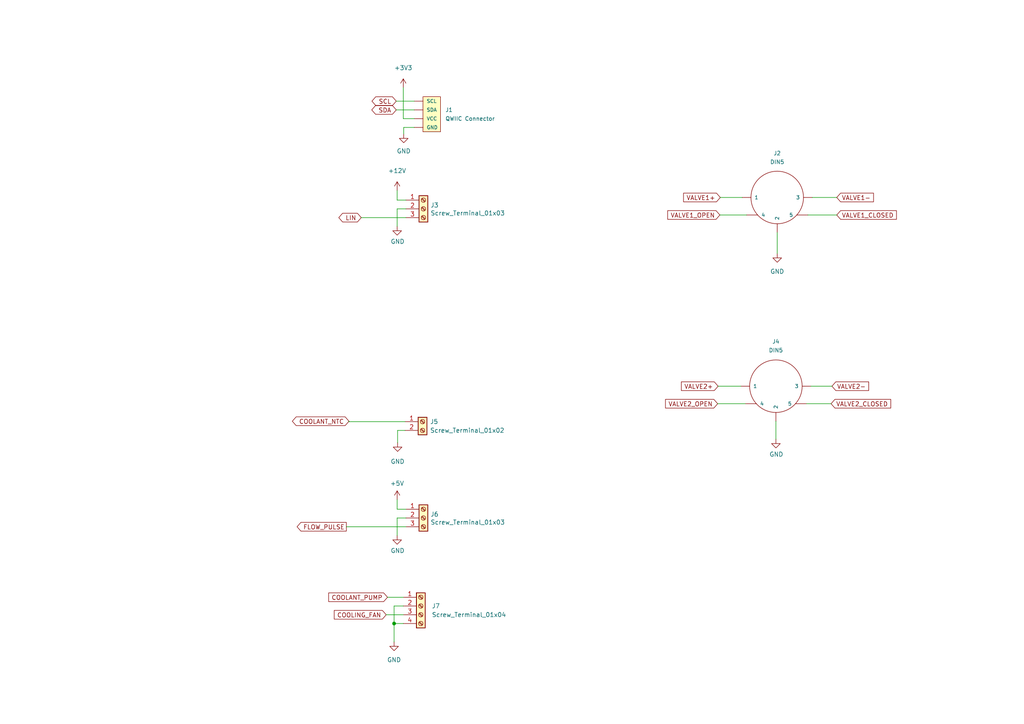
<source format=kicad_sch>
(kicad_sch (version 20211123) (generator eeschema)
  (paper "A4")
  (lib_symbols
    (symbol "Connector:Screw_Terminal_01x02" (pin_names (offset 1.016) hide)
      (property "Reference" "J" (at 0 2.54 0))
      (property "Value" "Screw_Terminal_01x02" (at 0 -5.08 0))
      (symbol "Screw_Terminal_01x02_1_1"
        (rectangle (start -1.27 1.27) (end 1.27 -3.81) (stroke (width 0.254)) (fill (type background)))
        (circle (center 0 -2.54) (radius 0.635) (stroke (width 0.1524)))
        (polyline (pts (xy -0.5334 -2.2098) (xy 0.3302 -3.048)) (stroke (width 0.1524)))
        (polyline (pts (xy -0.5334 0.3302) (xy 0.3302 -0.508)) (stroke (width 0.1524)))
        (polyline (pts (xy -0.3556 -2.032) (xy 0.508 -2.8702)) (stroke (width 0.1524)))
        (polyline (pts (xy -0.3556 0.508) (xy 0.508 -0.3302)) (stroke (width 0.1524)))
        (circle (center 0 0) (radius 0.635) (stroke (width 0.1524)))
        (pin passive line (at -5.08 0 0) (length 3.81) (name "Pin_1") (number "1"))
        (pin passive line (at -5.08 -2.54 0) (length 3.81) (name "Pin_2") (number "2"))
      )
    )
    (symbol "Connector:Screw_Terminal_01x03" (pin_names (offset 1.016) hide)
      (property "Reference" "J" (at 0 5.08 0))
      (property "Value" "Screw_Terminal_01x03" (at 0 -5.08 0))
      (symbol "Screw_Terminal_01x03_1_1"
        (rectangle (start -1.27 3.81) (end 1.27 -3.81) (stroke (width 0.254)) (fill (type background)))
        (circle (center 0 -2.54) (radius 0.635) (stroke (width 0.1524)))
        (polyline (pts (xy -0.5334 -2.2098) (xy 0.3302 -3.048)) (stroke (width 0.1524)))
        (polyline (pts (xy -0.5334 0.3302) (xy 0.3302 -0.508)) (stroke (width 0.1524)))
        (polyline (pts (xy -0.5334 2.8702) (xy 0.3302 2.032)) (stroke (width 0.1524)))
        (polyline (pts (xy -0.3556 -2.032) (xy 0.508 -2.8702)) (stroke (width 0.1524)))
        (polyline (pts (xy -0.3556 0.508) (xy 0.508 -0.3302)) (stroke (width 0.1524)))
        (polyline (pts (xy -0.3556 3.048) (xy 0.508 2.2098)) (stroke (width 0.1524)))
        (circle (center 0 0) (radius 0.635) (stroke (width 0.1524)))
        (circle (center 0 2.54) (radius 0.635) (stroke (width 0.1524)))
        (pin passive line (at -5.08 2.54 0) (length 3.81) (name "Pin_1") (number "1"))
        (pin passive line (at -5.08 0 0) (length 3.81) (name "Pin_2") (number "2"))
        (pin passive line (at -5.08 -2.54 0) (length 3.81) (name "Pin_3") (number "3"))
      )
    )
    (symbol "Connector:Screw_Terminal_01x04" (pin_names (offset 1.016) hide)
      (property "Reference" "J" (at 0 5.08 0))
      (property "Value" "Screw_Terminal_01x04" (at 0 -7.62 0))
      (symbol "Screw_Terminal_01x04_1_1"
        (rectangle (start -1.27 3.81) (end 1.27 -6.35) (stroke (width 0.254)) (fill (type background)))
        (circle (center 0 -5.08) (radius 0.635) (stroke (width 0.1524)))
        (circle (center 0 -2.54) (radius 0.635) (stroke (width 0.1524)))
        (polyline (pts (xy -0.5334 -4.7498) (xy 0.3302 -5.588)) (stroke (width 0.1524)))
        (polyline (pts (xy -0.5334 -2.2098) (xy 0.3302 -3.048)) (stroke (width 0.1524)))
        (polyline (pts (xy -0.5334 0.3302) (xy 0.3302 -0.508)) (stroke (width 0.1524)))
        (polyline (pts (xy -0.5334 2.8702) (xy 0.3302 2.032)) (stroke (width 0.1524)))
        (polyline (pts (xy -0.3556 -4.572) (xy 0.508 -5.4102)) (stroke (width 0.1524)))
        (polyline (pts (xy -0.3556 -2.032) (xy 0.508 -2.8702)) (stroke (width 0.1524)))
        (polyline (pts (xy -0.3556 0.508) (xy 0.508 -0.3302)) (stroke (width 0.1524)))
        (polyline (pts (xy -0.3556 3.048) (xy 0.508 2.2098)) (stroke (width 0.1524)))
        (circle (center 0 0) (radius 0.635) (stroke (width 0.1524)))
        (circle (center 0 2.54) (radius 0.635) (stroke (width 0.1524)))
        (pin passive line (at -5.08 2.54 0) (length 3.81) (name "Pin_1") (number "1"))
        (pin passive line (at -5.08 0 0) (length 3.81) (name "Pin_2") (number "2"))
        (pin passive line (at -5.08 -2.54 0) (length 3.81) (name "Pin_3") (number "3"))
        (pin passive line (at -5.08 -5.08 0) (length 3.81) (name "Pin_4") (number "4"))
      )
    )
    (symbol "SparkFun-Connectors:DIN5" (pin_numbers hide) (pin_names (offset 1.016))
      (property "Reference" "J" (at 1.27 8.89 0))
      (property "Value" "DIN5" (at 1.27 -10.16 0))
      (property "Field4" "CONN-09481" (at 0 13.97 0))
      (symbol "DIN5_1_1"
        (circle (center 0 0) (radius 7.62))
        (pin bidirectional line (at 10.16 0 180) (length 2.54) (name "1") (number "1"))
        (pin bidirectional line (at 0 10.16 270) (length 2.54) (name "2") (number "2"))
        (pin bidirectional line (at -10.16 0 0) (length 2.54) (name "3") (number "3"))
        (pin bidirectional line (at 8.89 5.08 180) (length 3.2512) (name "4") (number "4"))
        (pin bidirectional line (at -8.89 5.08 0) (length 3.2512) (name "5") (number "5"))
      )
    )
    (symbol "SparkFun-Connectors:I2C_STANDARDQWIIC" (pin_numbers hide) (pin_names (offset 1.016))
      (property "Reference" "J" (at -5.08 10.16 0))
      (property "Value" "I2C_STANDARDQWIIC" (at -5.08 -3.81 0))
      (property "Field4" "CONN-13729" (at 0 13.97 0))
      (symbol "I2C_STANDARDQWIIC_1_0"
        (rectangle (start 0 -1.27) (end -5.08 8.89) (fill (type background)))
      )
      (symbol "I2C_STANDARDQWIIC_1_1"
        (pin power_in line (at 2.54 0 180) (length 2.54) (name "GND") (number "1"))
        (pin power_in line (at 2.54 2.54 180) (length 2.54) (name "VCC") (number "2"))
        (pin passive line (at 2.54 5.08 180) (length 2.54) (name "SDA") (number "3"))
        (pin passive line (at 2.54 7.62 180) (length 2.54) (name "SCL") (number "4"))
      )
    )
    (symbol "power:+12V" (power) (pin_names (offset 0))
      (property "Value" "+12V" (at 0 3.556 0))
      (symbol "+12V_0_1"
        (polyline (pts (xy -0.762 1.27) (xy 0 2.54)))
        (polyline (pts (xy 0 0) (xy 0 2.54)))
        (polyline (pts (xy 0 2.54) (xy 0.762 1.27)))
      )
      (symbol "+12V_1_1"
        (pin power_in line (at 0 0 90) (length 0) hide (name "+12V") (number "1"))
      )
    )
    (symbol "power:+3V3" (power) (pin_names (offset 0))
      (property "Value" "+3V3" (at 0 3.556 0))
      (symbol "+3V3_0_1"
        (polyline (pts (xy -0.762 1.27) (xy 0 2.54)))
        (polyline (pts (xy 0 0) (xy 0 2.54)))
        (polyline (pts (xy 0 2.54) (xy 0.762 1.27)))
      )
      (symbol "+3V3_1_1"
        (pin power_in line (at 0 0 90) (length 0) hide (name "+3V3") (number "1"))
      )
    )
    (symbol "power:+5V" (power) (pin_names (offset 0))
      (property "Value" "+5V" (at 0 3.556 0))
      (symbol "+5V_0_1"
        (polyline (pts (xy -0.762 1.27) (xy 0 2.54)))
        (polyline (pts (xy 0 0) (xy 0 2.54)))
        (polyline (pts (xy 0 2.54) (xy 0.762 1.27)))
      )
      (symbol "+5V_1_1"
        (pin power_in line (at 0 0 90) (length 0) hide (name "+5V") (number "1"))
      )
    )
    (symbol "power:GND" (power) (pin_names (offset 0))
      (property "Value" "GND" (at 0 -3.81 0))
      (symbol "GND_0_1"
        (polyline (pts (xy 0 0) (xy 0 -1.27) (xy 1.27 -1.27) (xy 0 -2.54) (xy -1.27 -1.27) (xy 0 -1.27)))
      )
      (symbol "GND_1_1"
        (pin power_in line (at 0 0 270) (length 0) hide (name "GND") (number "1"))
      )
    )
  )
  (junction (at 114.3 180.848))
  (wire (pts (xy 115.316 128.397) (xy 115.316 124.841)))
  (wire (pts (xy 117.729 63.119) (xy 104.775 63.119)))
  (wire (pts (xy 115.189 155.321) (xy 115.189 150.241)))
  (wire (pts (xy 116.967 34.417) (xy 120.142 34.417)))
  (wire (pts (xy 100.457 152.781) (xy 117.729 152.781)))
  (wire (pts (xy 114.935 31.877) (xy 120.142 31.877)))
  (wire (pts (xy 116.967 175.768) (xy 114.3 175.768)))
  (wire (pts (xy 115.189 58.039) (xy 117.729 58.039)))
  (wire (pts (xy 235.585 57.277) (xy 242.697 57.277)))
  (wire (pts (xy 115.189 58.039) (xy 115.189 55.245)))
  (wire (pts (xy 114.935 29.337) (xy 120.142 29.337)))
  (wire (pts (xy 115.189 147.701) (xy 115.189 144.907)))
  (wire (pts (xy 225.044 122.174) (xy 225.044 127.381)))
  (wire (pts (xy 112.014 178.308) (xy 116.967 178.308)))
  (wire (pts (xy 101.219 122.174) (xy 101.219 122.301)))
  (wire (pts (xy 112.395 173.228) (xy 116.967 173.228)))
  (wire (pts (xy 117.094 38.862) (xy 117.094 36.957)))
  (wire (pts (xy 114.3 175.768) (xy 114.3 180.848)))
  (wire (pts (xy 233.934 117.094) (xy 241.046 117.094)))
  (wire (pts (xy 235.204 112.014) (xy 241.3 112.014)))
  (wire (pts (xy 215.265 57.277) (xy 208.915 57.277)))
  (wire (pts (xy 208.153 117.094) (xy 216.154 117.094)))
  (wire (pts (xy 115.189 65.659) (xy 115.189 60.579)))
  (wire (pts (xy 225.425 67.437) (xy 225.425 73.533)))
  (wire (pts (xy 114.3 180.848) (xy 116.967 180.848)))
  (wire (pts (xy 115.189 147.701) (xy 117.729 147.701)))
  (wire (pts (xy 117.475 122.301) (xy 101.219 122.301)))
  (wire (pts (xy 208.788 62.357) (xy 216.535 62.357)))
  (wire (pts (xy 115.189 150.241) (xy 117.729 150.241)))
  (wire (pts (xy 208.28 112.014) (xy 214.884 112.014)))
  (wire (pts (xy 115.316 124.841) (xy 117.475 124.841)))
  (wire (pts (xy 234.315 62.357) (xy 242.697 62.357)))
  (wire (pts (xy 117.094 36.957) (xy 120.142 36.957)))
  (wire (pts (xy 114.3 180.848) (xy 114.3 186.182)))
  (wire (pts (xy 115.189 60.579) (xy 117.729 60.579)))
  (wire (pts (xy 116.967 25.4) (xy 116.967 34.417)))
  (global_label "LIN" (shape bidirectional) (at 104.775 63.119 180) (property "Intersheet References" "${INTERSHEET_REFS}" (effects hide)))
  (global_label "COOLANT_NTC" (shape bidirectional) (at 101.219 122.174 180) (property "Intersheet References" "${INTERSHEET_REFS}" (effects hide)))
  (global_label "VALVE2_CLOSED" (shape input) (at 241.046 117.094 0) (property "Intersheet References" "${INTERSHEET_REFS}" (effects hide)))
  (global_label "SCL" (shape bidirectional) (at 114.935 29.337 180) (property "Intersheet References" "${INTERSHEET_REFS}" (effects hide)))
  (global_label "COOLANT_PUMP" (shape input) (at 112.395 173.228 180) (property "Intersheet References" "${INTERSHEET_REFS}" (effects hide)))
  (global_label "COOLING_FAN" (shape input) (at 112.014 178.308 180) (property "Intersheet References" "${INTERSHEET_REFS}" (effects hide)))
  (global_label "SDA" (shape bidirectional) (at 114.935 31.877 180) (property "Intersheet References" "${INTERSHEET_REFS}" (effects hide)))
  (global_label "VALVE1-" (shape input) (at 242.697 57.277 0) (property "Intersheet References" "${INTERSHEET_REFS}" (effects hide)))
  (global_label "VALVE2_OPEN" (shape input) (at 208.153 117.094 180) (property "Intersheet References" "${INTERSHEET_REFS}" (effects hide)))
  (global_label "VALVE1_OPEN" (shape input) (at 208.788 62.357 180) (property "Intersheet References" "${INTERSHEET_REFS}" (effects hide)))
  (global_label "VALVE2+" (shape input) (at 208.28 112.014 180) (property "Intersheet References" "${INTERSHEET_REFS}" (effects hide)))
  (global_label "VALVE1_CLOSED" (shape input) (at 242.697 62.357 0) (property "Intersheet References" "${INTERSHEET_REFS}" (effects hide)))
  (global_label "VALVE2-" (shape input) (at 241.3 112.014 0) (property "Intersheet References" "${INTERSHEET_REFS}" (effects hide)))
  (global_label "FLOW_PULSE" (shape output) (at 100.457 152.781 180) (property "Intersheet References" "${INTERSHEET_REFS}" (effects hide)))
  (global_label "VALVE1+" (shape input) (at 208.915 57.277 180) (property "Intersheet References" "${INTERSHEET_REFS}" (effects hide)))
  (symbol (lib_id "power:GND") (at 114.3 186.182 0) (unit 1)
    (property "Reference" "#PWR024" (effects hide))
    (property "Value" "GND" (at 114.3 191.389 0))
  )
  (symbol (lib_id "Connector:Screw_Terminal_01x04") (at 122.047 175.768 0) (unit 1)
    (property "Reference" "J7" (at 125.222 175.7679 0) (effects (justify left)))
    (property "Value" "Screw_Terminal_01x04" (at 125.222 178.3079 0) (effects (justify left)))
    (property "Footprint" "TerminalBlock_TE-Connectivity:TerminalBlock_TE_282834-4_1x04_P2.54mm_Horizontal" (effects hide))
  )
  (symbol (lib_id "SparkFun-Connectors:DIN5") (at 225.425 57.277 180) (unit 1)
    (property "Reference" "J2" (at 225.425 44.45 0) (effects (font (size 1.143 1.143))))
    (property "Value" "DIN5" (at 225.425 46.99 0) (effects (font (size 1.143 1.143))))
    (property "Footprint" "SparkFun-Connectors:DIN5-RA-PTH" (effects hide))
    (property "Field4" "CONN-09481" (effects hide))
  )
  (symbol (lib_id "SparkFun-Connectors:I2C_STANDARDQWIIC") (at 122.682 36.957 0) (mirror y) (unit 1)
    (property "Reference" "J1" (at 129.159 31.877 0) (effects (font (size 1.143 1.143)) (justify right)))
    (property "Value" "QWIIC Connector" (at 129.159 34.417 0) (effects (font (size 1.143 1.143)) (justify right)))
    (property "Footprint" "SparkFun-Connectors:1X04_1MM_RA" (effects hide))
    (property "Field4" "CONN-13729" (effects hide))
  )
  (symbol (lib_id "power:GND") (at 117.094 38.862 0) (unit 1)
    (property "Reference" "#PWR016" (effects hide))
    (property "Value" "GND" (at 117.094 43.815 0))
  )
  (symbol (lib_id "Connector:Screw_Terminal_01x02") (at 122.555 122.301 0) (unit 1)
    (property "Reference" "J5" (at 124.714 122.3009 0) (effects (justify left)))
    (property "Value" "Screw_Terminal_01x02" (at 124.714 124.8409 0) (effects (justify left)))
    (property "Footprint" "TerminalBlock_TE-Connectivity:TerminalBlock_TE_282834-2_1x02_P2.54mm_Horizontal" (effects hide))
  )
  (symbol (lib_id "power:+5V") (at 115.189 144.907 0) (unit 1)
    (property "Reference" "#PWR022" (effects hide))
    (property "Value" "+5V" (at 115.189 140.208 0))
  )
  (symbol (lib_id "SparkFun-Connectors:DIN5") (at 225.044 112.014 180) (unit 1)
    (property "Reference" "J4" (at 225.044 99.06 0) (effects (font (size 1.143 1.143))))
    (property "Value" "DIN5" (at 225.044 101.6 0) (effects (font (size 1.143 1.143))))
    (property "Footprint" "SparkFun-Connectors:DIN5-RA-PTH" (effects hide))
    (property "Field4" "CONN-09481" (effects hide))
  )
  (symbol (lib_id "power:GND") (at 115.316 128.397 0) (unit 1)
    (property "Reference" "#PWR021" (effects hide))
    (property "Value" "GND" (at 115.316 133.858 0))
  )
  (symbol (lib_id "power:+12V") (at 115.189 55.245 0) (unit 1)
    (property "Reference" "#PWR017" (effects hide))
    (property "Value" "+12V" (at 115.189 49.53 0))
  )
  (symbol (lib_id "power:GND") (at 225.425 73.533 0) (unit 1)
    (property "Reference" "#PWR019" (effects hide))
    (property "Value" "GND" (at 225.425 78.74 0))
  )
  (symbol (lib_id "power:GND") (at 115.189 155.321 0) (unit 1)
    (property "Reference" "#PWR023" (effects hide))
    (property "Value" "GND" (at 115.316 159.7152 0))
  )
  (symbol (lib_id "power:GND") (at 115.189 65.659 0) (unit 1)
    (property "Reference" "#PWR018" (effects hide))
    (property "Value" "GND" (at 115.316 70.0532 0))
  )
  (symbol (lib_id "power:GND") (at 225.044 127.381 0) (unit 1)
    (property "Reference" "#PWR020" (effects hide))
    (property "Value" "GND" (at 225.171 131.7752 0))
  )
  (symbol (lib_id "Connector:Screw_Terminal_01x03") (at 122.809 150.241 0) (unit 1)
    (property "Reference" "J6" (at 124.841 149.1742 0) (effects (justify left)))
    (property "Value" "Screw_Terminal_01x03" (at 124.841 151.4856 0) (effects (justify left)))
    (property "Footprint" "TerminalBlock_TE-Connectivity:TerminalBlock_TE_282834-3_1x03_P2.54mm_Horizontal" (effects hide))
  )
  (symbol (lib_id "Connector:Screw_Terminal_01x03") (at 122.809 60.579 0) (unit 1)
    (property "Reference" "J3" (at 124.841 59.5122 0) (effects (justify left)))
    (property "Value" "Screw_Terminal_01x03" (at 124.841 61.8236 0) (effects (justify left)))
    (property "Footprint" "TerminalBlock_TE-Connectivity:TerminalBlock_TE_282834-3_1x03_P2.54mm_Horizontal" (effects hide))
  )
  (symbol (lib_id "power:+3V3") (at 116.967 25.4 0) (unit 1)
    (property "Reference" "#PWR015" (effects hide))
    (property "Value" "+3V3" (at 116.967 19.685 0))
  )
)
</source>
